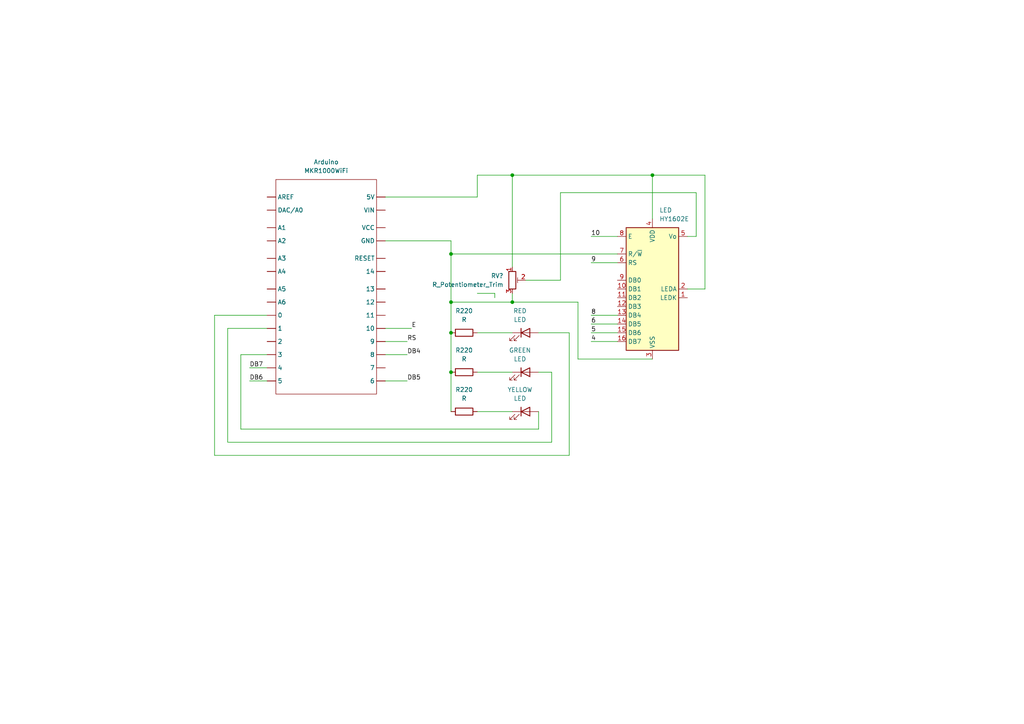
<source format=kicad_sch>
(kicad_sch (version 20211123) (generator eeschema)
  (paper "A4")
  (lib_symbols
    (symbol "Device:LED" (pin_numbers hide) (pin_names (offset 1.016) hide)
      (property "Reference" "D" (at 0 2.54 0))
      (property "Value" "LED" (at 0 -2.54 0))
      (symbol "LED_0_1"
        (polyline (pts (xy -1.27 -1.27) (xy -1.27 1.27)) (stroke (width 0.254)))
        (polyline (pts (xy -1.27 0) (xy 1.27 0)))
        (polyline (pts (xy 1.27 -1.27) (xy 1.27 1.27) (xy -1.27 0) (xy 1.27 -1.27)) (stroke (width 0.254)))
        (polyline (pts (xy -3.048 -0.762) (xy -4.572 -2.286) (xy -3.81 -2.286) (xy -4.572 -2.286) (xy -4.572 -1.524)))
        (polyline (pts (xy -1.778 -0.762) (xy -3.302 -2.286) (xy -2.54 -2.286) (xy -3.302 -2.286) (xy -3.302 -1.524)))
      )
      (symbol "LED_1_1"
        (pin passive line (at -3.81 0 0) (length 2.54) (name "K") (number "1"))
        (pin passive line (at 3.81 0 180) (length 2.54) (name "A") (number "2"))
      )
    )
    (symbol "Device:R" (pin_numbers hide) (pin_names (offset 0))
      (property "Reference" "R" (at 2.032 0 90))
      (property "Value" "R" (at 0 0 90))
      (symbol "R_0_1"
        (rectangle (start -1.016 -2.54) (end 1.016 2.54) (stroke (width 0.254)))
      )
      (symbol "R_1_1"
        (pin passive line (at 0 3.81 270) (length 1.27) (name "~") (number "1"))
        (pin passive line (at 0 -3.81 90) (length 1.27) (name "~") (number "2"))
      )
    )
    (symbol "Device:R_Potentiometer_Trim" (pin_names (offset 1.016) hide)
      (property "Reference" "RV" (at -4.445 0 90))
      (property "Value" "R_Potentiometer_Trim" (at -2.54 0 90))
      (symbol "R_Potentiometer_Trim_0_1"
        (polyline (pts (xy 1.524 0.762) (xy 1.524 -0.762)))
        (polyline (pts (xy 2.54 0) (xy 1.524 0)))
        (rectangle (start 1.016 2.54) (end -1.016 -2.54) (stroke (width 0.254)))
      )
      (symbol "R_Potentiometer_Trim_1_1"
        (pin passive line (at 0 3.81 270) (length 1.27) (name "1") (number "1"))
        (pin passive line (at 3.81 0 180) (length 1.27) (name "2") (number "2"))
        (pin passive line (at 0 -3.81 90) (length 1.27) (name "3") (number "3"))
      )
    )
    (symbol "Display_Character:HY1602E"
      (property "Reference" "DS" (at -6.096 19.05 0))
      (property "Value" "HY1602E" (at 5.08 19.05 0))
      (symbol "HY1602E_0_1"
        (rectangle (start -7.62 17.78) (end 7.62 -17.78) (stroke (width 0.254)) (fill (type background)))
      )
      (symbol "HY1602E_1_1"
        (pin passive line (at 10.16 -2.54 180) (length 2.54) (name "LEDK") (number "1"))
        (pin bidirectional line (at -10.16 0 0) (length 2.54) (name "DB1") (number "10"))
        (pin bidirectional line (at -10.16 -2.54 0) (length 2.54) (name "DB2") (number "11"))
        (pin bidirectional line (at -10.16 -5.08 0) (length 2.54) (name "DB3") (number "12"))
        (pin bidirectional line (at -10.16 -7.62 0) (length 2.54) (name "DB4") (number "13"))
        (pin bidirectional line (at -10.16 -10.16 0) (length 2.54) (name "DB5") (number "14"))
        (pin bidirectional line (at -10.16 -12.7 0) (length 2.54) (name "DB6") (number "15"))
        (pin bidirectional line (at -10.16 -15.24 0) (length 2.54) (name "DB7") (number "16"))
        (pin passive line (at 10.16 0 180) (length 2.54) (name "LEDA") (number "2"))
        (pin power_in line (at 0 -20.32 90) (length 2.54) (name "VSS") (number "3"))
        (pin power_in line (at 0 20.32 270) (length 2.54) (name "VDD") (number "4"))
        (pin input line (at 10.16 15.24 180) (length 2.54) (name "Vo") (number "5"))
        (pin input line (at -10.16 7.62 0) (length 2.54) (name "RS") (number "6"))
        (pin input line (at -10.16 10.16 0) (length 2.54) (name "R/~{W}") (number "7"))
        (pin input line (at -10.16 15.24 0) (length 2.54) (name "E") (number "8"))
        (pin bidirectional line (at -10.16 2.54 0) (length 2.54) (name "DB0") (number "9"))
      )
    )
    (symbol "New_Library:MKR1000WiFi"
      (property "Reference" "U" (at 0 0 0))
      (property "Value" "MKR1000WiFi" (at -7.62 2.54 0))
      (symbol "MKR1000WiFi_0_1"
        (rectangle (start -62.23 73.66) (end -33.02 11.43))
      )
      (symbol "MKR1000WiFi_1_1"
        (pin bidirectional line (at -64.77 34.29 0) (length 2.54) (name "0") (number ""))
        (pin bidirectional line (at -64.77 30.48 0) (length 2.54) (name "1") (number ""))
        (pin bidirectional line (at -30.48 30.48 180) (length 2.54) (name "10") (number ""))
        (pin bidirectional line (at -30.48 34.29 180) (length 2.54) (name "11") (number ""))
        (pin bidirectional line (at -30.48 38.1 180) (length 2.54) (name "12") (number ""))
        (pin bidirectional line (at -30.48 41.91 180) (length 2.54) (name "13") (number ""))
        (pin bidirectional line (at -30.48 46.99 180) (length 2.54) (name "14") (number ""))
        (pin bidirectional line (at -64.77 26.67 0) (length 2.54) (name "2") (number ""))
        (pin bidirectional line (at -64.77 22.86 0) (length 2.54) (name "3") (number ""))
        (pin bidirectional line (at -64.77 19.05 0) (length 2.54) (name "4") (number ""))
        (pin bidirectional line (at -64.77 15.24 0) (length 2.54) (name "5") (number ""))
        (pin power_out line (at -30.48 68.58 180) (length 2.54) (name "5V") (number ""))
        (pin bidirectional line (at -30.48 15.24 180) (length 2.54) (name "6") (number ""))
        (pin bidirectional line (at -30.48 19.05 180) (length 2.54) (name "7") (number ""))
        (pin bidirectional line (at -30.48 22.86 180) (length 2.54) (name "8") (number ""))
        (pin bidirectional line (at -30.48 26.67 180) (length 2.54) (name "9") (number ""))
        (pin bidirectional line (at -64.77 59.69 0) (length 2.54) (name "A1") (number ""))
        (pin bidirectional line (at -64.77 55.88 0) (length 2.54) (name "A2") (number ""))
        (pin bidirectional line (at -64.77 50.8 0) (length 2.54) (name "A3") (number ""))
        (pin bidirectional line (at -64.77 46.99 0) (length 2.54) (name "A4") (number ""))
        (pin bidirectional line (at -64.77 41.91 0) (length 2.54) (name "A5") (number ""))
        (pin bidirectional line (at -64.77 38.1 0) (length 2.54) (name "A6") (number ""))
        (pin input line (at -64.77 68.58 0) (length 2.54) (name "AREF") (number ""))
        (pin bidirectional line (at -64.77 64.77 0) (length 2.54) (name "DAC/A0") (number ""))
        (pin bidirectional line (at -30.48 55.88 180) (length 2.54) (name "GND") (number ""))
        (pin output line (at -30.48 50.8 180) (length 2.54) (name "RESET") (number ""))
        (pin power_out line (at -30.48 59.69 180) (length 2.54) (name "VCC") (number ""))
        (pin power_in line (at -30.48 64.77 180) (length 2.54) (name "VIN") (number ""))
      )
    )
  )
  (junction (at 130.81 87.63))
  (junction (at 130.81 107.95))
  (junction (at 148.59 87.63))
  (junction (at 130.81 73.66))
  (junction (at 130.81 96.52))
  (junction (at 148.59 50.8))
  (junction (at 189.23 50.8))
  (wire (pts (xy 160.02 128.27) (xy 66.04 128.27)))
  (wire (pts (xy 148.59 85.09) (xy 148.59 87.63)))
  (wire (pts (xy 143.51 85.09) (xy 143.51 86.36)))
  (wire (pts (xy 72.39 110.49) (xy 77.47 110.49)))
  (wire (pts (xy 162.56 55.88) (xy 162.56 81.28)))
  (wire (pts (xy 204.47 83.82) (xy 204.47 50.8)))
  (wire (pts (xy 111.76 102.87) (xy 118.11 102.87)))
  (wire (pts (xy 171.45 96.52) (xy 179.07 96.52)))
  (wire (pts (xy 69.85 124.46) (xy 69.85 102.87)))
  (wire (pts (xy 130.81 69.85) (xy 130.81 73.66)))
  (wire (pts (xy 156.21 124.46) (xy 69.85 124.46)))
  (wire (pts (xy 171.45 99.06) (xy 179.07 99.06)))
  (wire (pts (xy 199.39 68.58) (xy 201.93 68.58)))
  (wire (pts (xy 156.21 96.52) (xy 165.1 96.52)))
  (wire (pts (xy 72.39 106.68) (xy 77.47 106.68)))
  (wire (pts (xy 111.76 99.06) (xy 118.11 99.06)))
  (wire (pts (xy 167.64 104.14) (xy 167.64 87.63)))
  (wire (pts (xy 152.4 81.28) (xy 162.56 81.28)))
  (wire (pts (xy 148.59 87.63) (xy 130.81 87.63)))
  (wire (pts (xy 66.04 128.27) (xy 66.04 95.25)))
  (wire (pts (xy 130.81 73.66) (xy 130.81 87.63)))
  (wire (pts (xy 111.76 69.85) (xy 130.81 69.85)))
  (wire (pts (xy 66.04 95.25) (xy 77.47 95.25)))
  (wire (pts (xy 138.43 119.38) (xy 148.59 119.38)))
  (wire (pts (xy 130.81 96.52) (xy 130.81 107.95)))
  (wire (pts (xy 171.45 91.44) (xy 179.07 91.44)))
  (wire (pts (xy 148.59 50.8) (xy 189.23 50.8)))
  (wire (pts (xy 62.23 132.08) (xy 62.23 91.44)))
  (wire (pts (xy 138.43 85.09) (xy 143.51 85.09)))
  (wire (pts (xy 171.45 76.2) (xy 179.07 76.2)))
  (wire (pts (xy 130.81 107.95) (xy 130.81 119.38)))
  (wire (pts (xy 138.43 50.8) (xy 148.59 50.8)))
  (wire (pts (xy 138.43 50.8) (xy 138.43 57.15)))
  (wire (pts (xy 138.43 107.95) (xy 148.59 107.95)))
  (wire (pts (xy 165.1 132.08) (xy 62.23 132.08)))
  (wire (pts (xy 189.23 104.14) (xy 167.64 104.14)))
  (wire (pts (xy 201.93 55.88) (xy 201.93 68.58)))
  (wire (pts (xy 156.21 107.95) (xy 160.02 107.95)))
  (wire (pts (xy 111.76 95.25) (xy 119.38 95.25)))
  (wire (pts (xy 156.21 119.38) (xy 156.21 124.46)))
  (wire (pts (xy 130.81 73.66) (xy 179.07 73.66)))
  (wire (pts (xy 69.85 102.87) (xy 77.47 102.87)))
  (wire (pts (xy 111.76 110.49) (xy 118.11 110.49)))
  (wire (pts (xy 189.23 50.8) (xy 204.47 50.8)))
  (wire (pts (xy 167.64 87.63) (xy 148.59 87.63)))
  (wire (pts (xy 148.59 50.8) (xy 148.59 77.47)))
  (wire (pts (xy 165.1 96.52) (xy 165.1 132.08)))
  (wire (pts (xy 171.45 93.98) (xy 179.07 93.98)))
  (wire (pts (xy 130.81 87.63) (xy 130.81 96.52)))
  (wire (pts (xy 160.02 107.95) (xy 160.02 128.27)))
  (wire (pts (xy 171.45 68.58) (xy 179.07 68.58)))
  (wire (pts (xy 189.23 63.5) (xy 189.23 50.8)))
  (wire (pts (xy 162.56 55.88) (xy 201.93 55.88)))
  (wire (pts (xy 199.39 83.82) (xy 204.47 83.82)))
  (wire (pts (xy 138.43 96.52) (xy 148.59 96.52)))
  (wire (pts (xy 62.23 91.44) (xy 77.47 91.44)))
  (wire (pts (xy 111.76 57.15) (xy 138.43 57.15)))
  (label "DB6" (at 72.39 110.49 0))
  (label "DB7" (at 72.39 106.68 0))
  (label "10" (at 171.45 68.58 0))
  (label "4" (at 171.45 99.06 0))
  (label "5" (at 171.45 96.52 0))
  (label "RS" (at 118.11 99.06 0))
  (label "6" (at 171.45 93.98 0))
  (label "E" (at 119.38 95.25 0))
  (label "DB5" (at 118.11 110.49 0))
  (label "9" (at 171.45 76.2 0))
  (label "DB4" (at 118.11 102.87 0))
  (label "8" (at 171.45 91.44 0))
  (symbol (lib_id "Device:R_Potentiometer_Trim") (at 148.59 81.28 0) (unit 1)
    (property "Reference" "RV?" (at 146.05 80.0099 0) (effects (justify right)))
    (property "Value" "R_Potentiometer_Trim" (at 146.05 82.5499 0) (effects (justify right)))
  )
  (symbol (lib_id "Device:LED") (at 152.4 96.52 0) (unit 1)
    (property "Reference" "RED" (at 150.8125 90.17 0))
    (property "Value" "LED" (at 150.8125 92.71 0))
  )
  (symbol (lib_id "Device:R") (at 134.62 119.38 90) (unit 1)
    (property "Reference" "R220" (at 134.62 113.03 90))
    (property "Value" "R" (at 134.62 115.57 90))
  )
  (symbol (lib_id "New_Library:MKR1000WiFi") (at 142.24 125.73 0) (unit 1)
    (property "Reference" "Arduino" (at 94.615 46.99 0))
    (property "Value" "MKR1000WiFi" (at 94.615 49.53 0))
  )
  (symbol (lib_id "Display_Character:HY1602E") (at 189.23 83.82 0) (unit 1)
    (property "Reference" "LED" (at 191.2494 60.96 0) (effects (justify left)))
    (property "Value" "HY1602E" (at 191.2494 63.5 0) (effects (justify left)))
    (property "Footprint" "Display:HY1602E" (effects hide))
    (property "Datasheet" "http://www.icbank.com/data/ICBShop/board/HY1602E.pdf" (effects hide))
  )
  (symbol (lib_id "Device:LED") (at 152.4 107.95 0) (unit 1)
    (property "Reference" "GREEN" (at 150.8125 101.6 0))
    (property "Value" "LED" (at 150.8125 104.14 0))
  )
  (symbol (lib_id "Device:R") (at 134.62 107.95 90) (unit 1)
    (property "Reference" "R220" (at 134.62 101.6 90))
    (property "Value" "R" (at 134.62 104.14 90))
  )
  (symbol (lib_id "Device:LED") (at 152.4 119.38 0) (unit 1)
    (property "Reference" "YELLOW" (at 150.8125 113.03 0))
    (property "Value" "LED" (at 150.8125 115.57 0))
  )
  (symbol (lib_id "Device:R") (at 134.62 96.52 90) (unit 1)
    (property "Reference" "R220" (at 134.62 90.17 90))
    (property "Value" "R" (at 134.62 92.71 90))
  )
)
</source>
